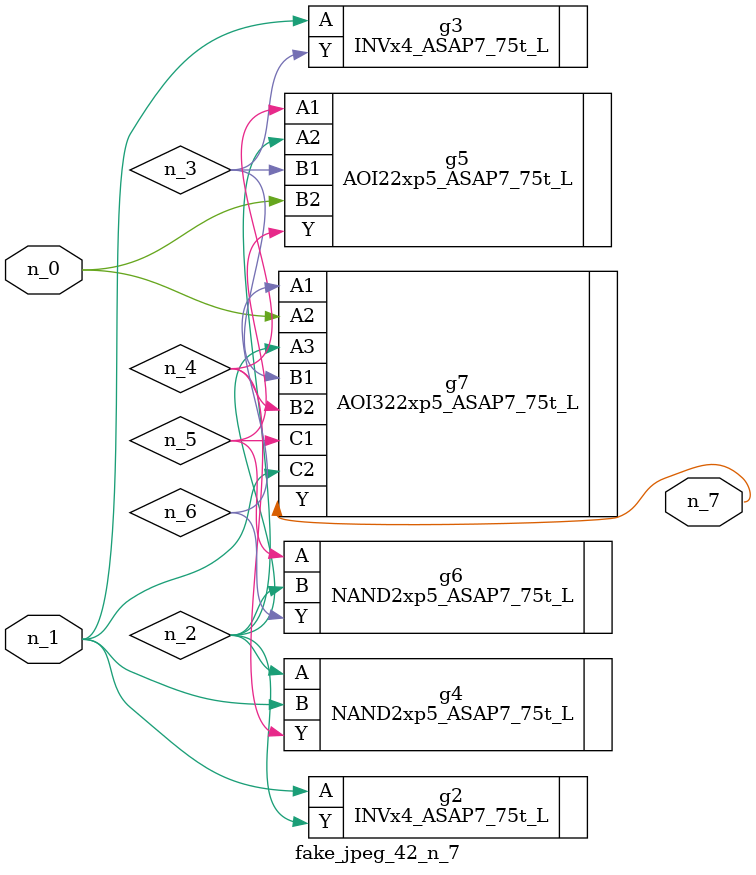
<source format=v>
module fake_jpeg_42_n_7 (n_0, n_1, n_7);

input n_0;
input n_1;

output n_7;

wire n_2;
wire n_3;
wire n_4;
wire n_6;
wire n_5;

INVx4_ASAP7_75t_L g2 ( 
.A(n_1),
.Y(n_2)
);

INVx4_ASAP7_75t_L g3 ( 
.A(n_1),
.Y(n_3)
);

NAND2xp5_ASAP7_75t_L g4 ( 
.A(n_2),
.B(n_1),
.Y(n_4)
);

AOI22xp5_ASAP7_75t_L g5 ( 
.A1(n_4),
.A2(n_2),
.B1(n_3),
.B2(n_0),
.Y(n_5)
);

NAND2xp5_ASAP7_75t_L g6 ( 
.A(n_5),
.B(n_2),
.Y(n_6)
);

AOI322xp5_ASAP7_75t_L g7 ( 
.A1(n_6),
.A2(n_0),
.A3(n_2),
.B1(n_3),
.B2(n_4),
.C1(n_5),
.C2(n_1),
.Y(n_7)
);


endmodule
</source>
